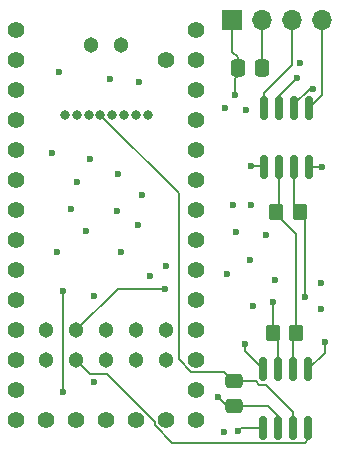
<source format=gtl>
%TF.GenerationSoftware,KiCad,Pcbnew,8.0.2-1*%
%TF.CreationDate,2024-05-18T17:44:33-05:00*%
%TF.ProjectId,can_test,63616e5f-7465-4737-942e-6b696361645f,rev?*%
%TF.SameCoordinates,Original*%
%TF.FileFunction,Copper,L1,Top*%
%TF.FilePolarity,Positive*%
%FSLAX46Y46*%
G04 Gerber Fmt 4.6, Leading zero omitted, Abs format (unit mm)*
G04 Created by KiCad (PCBNEW 8.0.2-1) date 2024-05-18 17:44:33*
%MOMM*%
%LPD*%
G01*
G04 APERTURE LIST*
G04 Aperture macros list*
%AMRoundRect*
0 Rectangle with rounded corners*
0 $1 Rounding radius*
0 $2 $3 $4 $5 $6 $7 $8 $9 X,Y pos of 4 corners*
0 Add a 4 corners polygon primitive as box body*
4,1,4,$2,$3,$4,$5,$6,$7,$8,$9,$2,$3,0*
0 Add four circle primitives for the rounded corners*
1,1,$1+$1,$2,$3*
1,1,$1+$1,$4,$5*
1,1,$1+$1,$6,$7*
1,1,$1+$1,$8,$9*
0 Add four rect primitives between the rounded corners*
20,1,$1+$1,$2,$3,$4,$5,0*
20,1,$1+$1,$4,$5,$6,$7,0*
20,1,$1+$1,$6,$7,$8,$9,0*
20,1,$1+$1,$8,$9,$2,$3,0*%
G04 Aperture macros list end*
%TA.AperFunction,SMDPad,CuDef*%
%ADD10RoundRect,0.250000X0.350000X0.450000X-0.350000X0.450000X-0.350000X-0.450000X0.350000X-0.450000X0*%
%TD*%
%TA.AperFunction,ComponentPad*%
%ADD11R,1.700000X1.700000*%
%TD*%
%TA.AperFunction,ComponentPad*%
%ADD12O,1.700000X1.700000*%
%TD*%
%TA.AperFunction,SMDPad,CuDef*%
%ADD13RoundRect,0.150000X-0.150000X0.825000X-0.150000X-0.825000X0.150000X-0.825000X0.150000X0.825000X0*%
%TD*%
%TA.AperFunction,SMDPad,CuDef*%
%ADD14RoundRect,0.150000X0.150000X-0.825000X0.150000X0.825000X-0.150000X0.825000X-0.150000X-0.825000X0*%
%TD*%
%TA.AperFunction,SMDPad,CuDef*%
%ADD15RoundRect,0.250000X-0.337500X-0.475000X0.337500X-0.475000X0.337500X0.475000X-0.337500X0.475000X0*%
%TD*%
%TA.AperFunction,ComponentPad*%
%ADD16C,1.404000*%
%TD*%
%TA.AperFunction,ComponentPad*%
%ADD17C,1.304000*%
%TD*%
%TA.AperFunction,ComponentPad*%
%ADD18C,0.804000*%
%TD*%
%TA.AperFunction,SMDPad,CuDef*%
%ADD19RoundRect,0.250000X-0.475000X0.337500X-0.475000X-0.337500X0.475000X-0.337500X0.475000X0.337500X0*%
%TD*%
%TA.AperFunction,SMDPad,CuDef*%
%ADD20RoundRect,0.250000X-0.350000X-0.450000X0.350000X-0.450000X0.350000X0.450000X-0.350000X0.450000X0*%
%TD*%
%TA.AperFunction,ViaPad*%
%ADD21C,0.600000*%
%TD*%
%TA.AperFunction,Conductor*%
%ADD22C,0.200000*%
%TD*%
G04 APERTURE END LIST*
D10*
%TO.P,R2,1*%
%TO.N,CANL*%
X58325000Y-45425000D03*
%TO.P,R2,2*%
%TO.N,CANH*%
X56325000Y-45425000D03*
%TD*%
D11*
%TO.P,J1,1,Pin_1*%
%TO.N,Net-(IC2-VCC)*%
X52900000Y-18950000D03*
D12*
%TO.P,J1,2,Pin_2*%
%TO.N,GND*%
X55440000Y-18950000D03*
%TO.P,J1,3,Pin_3*%
%TO.N,CRX2*%
X57980000Y-18950000D03*
%TO.P,J1,4,Pin_4*%
%TO.N,CTX2*%
X60520000Y-18950000D03*
%TD*%
D13*
%TO.P,IC2,1,TXD*%
%TO.N,CTX2*%
X59440000Y-26375000D03*
%TO.P,IC2,2,GND*%
%TO.N,GND*%
X58170000Y-26375000D03*
%TO.P,IC2,3,VCC*%
%TO.N,Net-(IC2-VCC)*%
X56900000Y-26375000D03*
%TO.P,IC2,4,RXD*%
%TO.N,CRX2*%
X55630000Y-26375000D03*
%TO.P,IC2,5,SHDNVIO*%
%TO.N,GND*%
X55630000Y-31325000D03*
%TO.P,IC2,6,CANL*%
%TO.N,CANL*%
X56900000Y-31325000D03*
%TO.P,IC2,7,CANH*%
%TO.N,CANH*%
X58170000Y-31325000D03*
%TO.P,IC2,8,STB*%
%TO.N,GND*%
X59440000Y-31325000D03*
%TD*%
D14*
%TO.P,IC1,1,TXD*%
%TO.N,CTX1*%
X55545000Y-53450000D03*
%TO.P,IC1,2,GND*%
%TO.N,GND*%
X56815000Y-53450000D03*
%TO.P,IC1,3,VCC*%
%TO.N,+3.3V*%
X58085000Y-53450000D03*
%TO.P,IC1,4,RXD*%
%TO.N,CRX1*%
X59355000Y-53450000D03*
%TO.P,IC1,5,SHDNVIO*%
%TO.N,GND*%
X59355000Y-48500000D03*
%TO.P,IC1,6,CANL*%
%TO.N,CANL*%
X58085000Y-48500000D03*
%TO.P,IC1,7,CANH*%
%TO.N,CANH*%
X56815000Y-48500000D03*
%TO.P,IC1,8,STB*%
%TO.N,GND*%
X55545000Y-48500000D03*
%TD*%
D15*
%TO.P,C1,1*%
%TO.N,Net-(IC2-VCC)*%
X53362500Y-22975000D03*
%TO.P,C1,2*%
%TO.N,GND*%
X55437500Y-22975000D03*
%TD*%
D16*
%TO.P,U1,1,GND*%
%TO.N,GND*%
X34630000Y-19790000D03*
%TO.P,U1,2,0_RX1_CRX2_CS1*%
%TO.N,unconnected-(U1-0_RX1_CRX2_CS1-Pad2)*%
X34630000Y-22330000D03*
%TO.P,U1,3,1_TX1_CTX2_MISO1*%
%TO.N,unconnected-(U1-1_TX1_CTX2_MISO1-Pad3)*%
X34630000Y-24870000D03*
%TO.P,U1,4,2_OUT2*%
%TO.N,unconnected-(U1-2_OUT2-Pad4)*%
X34630000Y-27410000D03*
%TO.P,U1,5,3_LRCLK2*%
%TO.N,unconnected-(U1-3_LRCLK2-Pad5)*%
X34630000Y-29950000D03*
%TO.P,U1,6,4_BCLK2*%
%TO.N,unconnected-(U1-4_BCLK2-Pad6)*%
X34630000Y-32490000D03*
%TO.P,U1,7,5_IN2*%
%TO.N,unconnected-(U1-5_IN2-Pad7)*%
X34630000Y-35030000D03*
%TO.P,U1,8,6_OUT1D*%
%TO.N,unconnected-(U1-6_OUT1D-Pad8)*%
X34630000Y-37570000D03*
%TO.P,U1,9,7_RX2_OUT1A*%
%TO.N,unconnected-(U1-7_RX2_OUT1A-Pad9)*%
X34630000Y-40110000D03*
%TO.P,U1,10,8_TX2_IN1*%
%TO.N,unconnected-(U1-8_TX2_IN1-Pad10)*%
X34630000Y-42650000D03*
%TO.P,U1,11,9_OUT1C*%
%TO.N,unconnected-(U1-9_OUT1C-Pad11)*%
X34630000Y-45190000D03*
%TO.P,U1,12,10_CS_MQSR*%
%TO.N,unconnected-(U1-10_CS_MQSR-Pad12)*%
X34630000Y-47730000D03*
%TO.P,U1,13,11_MOSI_CTX1*%
%TO.N,unconnected-(U1-11_MOSI_CTX1-Pad13)*%
X34630000Y-50270000D03*
%TO.P,U1,14,12_MISO_MQSL*%
%TO.N,unconnected-(U1-12_MISO_MQSL-Pad14)*%
X34630000Y-52810000D03*
%TO.P,U1,15,VBAT*%
%TO.N,unconnected-(U1-VBAT-Pad15)*%
X37170000Y-52810000D03*
%TO.P,U1,16,3V3*%
%TO.N,unconnected-(U1-3V3-Pad16)*%
X39710000Y-52810000D03*
%TO.P,U1,17,GND*%
%TO.N,GND*%
X42250000Y-52810000D03*
%TO.P,U1,18,PROGRAM*%
%TO.N,unconnected-(U1-PROGRAM-Pad18)*%
X44790000Y-52810000D03*
%TO.P,U1,19,ON_OFF*%
%TO.N,unconnected-(U1-ON_OFF-Pad19)*%
X47330000Y-52810000D03*
%TO.P,U1,20,13_SCK_CRX1_LED*%
%TO.N,unconnected-(U1-13_SCK_CRX1_LED-Pad20)*%
X49870000Y-52810000D03*
%TO.P,U1,21,14_A0_TX3_SPDIF_OUT*%
%TO.N,unconnected-(U1-14_A0_TX3_SPDIF_OUT-Pad21)*%
X49870000Y-50270000D03*
%TO.P,U1,22,15_A1_RX3_SPDIF_IN*%
%TO.N,unconnected-(U1-15_A1_RX3_SPDIF_IN-Pad22)*%
X49870000Y-47730000D03*
%TO.P,U1,23,16_A2_RX4_SCL1*%
%TO.N,unconnected-(U1-16_A2_RX4_SCL1-Pad23)*%
X49870000Y-45190000D03*
%TO.P,U1,24,17_A3_TX4_SDA1*%
%TO.N,unconnected-(U1-17_A3_TX4_SDA1-Pad24)*%
X49870000Y-42650000D03*
%TO.P,U1,25,18_A4_SDA0*%
%TO.N,unconnected-(U1-18_A4_SDA0-Pad25)*%
X49870000Y-40110000D03*
%TO.P,U1,26,19_A5_SCL0*%
%TO.N,unconnected-(U1-19_A5_SCL0-Pad26)*%
X49870000Y-37570000D03*
%TO.P,U1,27,20_A6_TX5_LRCLK1*%
%TO.N,unconnected-(U1-20_A6_TX5_LRCLK1-Pad27)*%
X49870000Y-35030000D03*
%TO.P,U1,28,21_A7_RX5_BCLK1*%
%TO.N,unconnected-(U1-21_A7_RX5_BCLK1-Pad28)*%
X49870000Y-32490000D03*
%TO.P,U1,29,22_A8_CTX1*%
%TO.N,unconnected-(U1-22_A8_CTX1-Pad29)*%
X49870000Y-29950000D03*
%TO.P,U1,30,23_A9_CRX1_MCLK1*%
%TO.N,unconnected-(U1-23_A9_CRX1_MCLK1-Pad30)*%
X49870000Y-27410000D03*
%TO.P,U1,31,3V3*%
%TO.N,unconnected-(U1-3V3-Pad31)*%
X49870000Y-24870000D03*
%TO.P,U1,32,GND*%
%TO.N,GND*%
X49870000Y-22330000D03*
%TO.P,U1,33,VIN*%
%TO.N,unconnected-(U1-VIN-Pad33)*%
X49870000Y-19790000D03*
%TO.P,U1,34,VUSB*%
%TO.N,unconnected-(U1-VUSB-Pad34)*%
X47330000Y-22330000D03*
D17*
%TO.P,U1,35,24_A10_TX6_SCL2*%
%TO.N,unconnected-(U1-24_A10_TX6_SCL2-Pad35)*%
X47330000Y-47730000D03*
%TO.P,U1,36,25_A11_RX6_SDA2*%
%TO.N,unconnected-(U1-25_A11_RX6_SDA2-Pad36)*%
X47330000Y-45190000D03*
%TO.P,U1,37,26_A12_MOSI1*%
%TO.N,unconnected-(U1-26_A12_MOSI1-Pad37)*%
X44790000Y-47730000D03*
%TO.P,U1,38,27_A13_SCK1*%
%TO.N,unconnected-(U1-27_A13_SCK1-Pad38)*%
X44790000Y-45190000D03*
%TO.P,U1,39,28_RX7*%
%TO.N,unconnected-(U1-28_RX7-Pad39)*%
X42250000Y-47730000D03*
%TO.P,U1,40,29_TX7*%
%TO.N,unconnected-(U1-29_TX7-Pad40)*%
X42250000Y-45190000D03*
%TO.P,U1,41,30_CRX3*%
%TO.N,CRX1*%
X39710000Y-47730000D03*
%TO.P,U1,42,31_CTX3*%
%TO.N,CTX1*%
X39710000Y-45190000D03*
%TO.P,U1,43,32_OUT1B*%
%TO.N,unconnected-(U1-32_OUT1B-Pad43)*%
X37170000Y-47730000D03*
%TO.P,U1,44,33_MCLK2*%
%TO.N,unconnected-(U1-33_MCLK2-Pad44)*%
X37170000Y-45190000D03*
D18*
%TO.P,U1,45,34_DAT1_MISO2*%
%TO.N,unconnected-(U1-34_DAT1_MISO2-Pad45)*%
X45750000Y-26928400D03*
%TO.P,U1,46,35_DAT0_MOSI2*%
%TO.N,unconnected-(U1-35_DAT0_MOSI2-Pad46)*%
X44750000Y-26928400D03*
%TO.P,U1,47,GND*%
%TO.N,unconnected-(U1-GND-Pad47)*%
X43750000Y-26928400D03*
%TO.P,U1,48,36_CLK_CS2*%
%TO.N,unconnected-(U1-36_CLK_CS2-Pad48)*%
X42750000Y-26928400D03*
%TO.P,U1,49,3V3*%
%TO.N,+3.3V*%
X41750000Y-26928400D03*
%TO.P,U1,50,37_CMD_SCK2*%
%TO.N,unconnected-(U1-37_CMD_SCK2-Pad50)*%
X40750000Y-26928400D03*
%TO.P,U1,51,38_DAT3_RX5*%
%TO.N,unconnected-(U1-38_DAT3_RX5-Pad51)*%
X39750000Y-26928400D03*
%TO.P,U1,52,39_DAT2_TX5*%
%TO.N,unconnected-(U1-39_DAT2_TX5-Pad52)*%
X38750000Y-26928400D03*
D17*
%TO.P,U1,53,D-*%
%TO.N,unconnected-(U1-D--Pad53)*%
X43520000Y-21060000D03*
%TO.P,U1,54,D+*%
%TO.N,unconnected-(U1-D+-Pad54)*%
X40980000Y-21060000D03*
%TD*%
D19*
%TO.P,C2,1*%
%TO.N,+3.3V*%
X53025000Y-49512500D03*
%TO.P,C2,2*%
%TO.N,GND*%
X53025000Y-51587500D03*
%TD*%
D20*
%TO.P,R1,1*%
%TO.N,CANL*%
X56600000Y-35150000D03*
%TO.P,R1,2*%
%TO.N,CANH*%
X58600000Y-35150000D03*
%TD*%
D21*
%TO.N,Net-(IC2-VCC)*%
X53175000Y-25225000D03*
X58425000Y-23800000D03*
%TO.N,GND*%
X38575000Y-50450000D03*
X58675000Y-22575000D03*
X40850000Y-30675000D03*
X44975000Y-24200000D03*
X43200000Y-31975000D03*
X41175000Y-42300000D03*
X39800000Y-32625000D03*
X45925000Y-40550000D03*
X52200000Y-53825000D03*
X40525000Y-36750000D03*
X43525000Y-38525000D03*
X55750000Y-37150000D03*
X60750000Y-46150000D03*
X41175000Y-49550000D03*
X42550000Y-23875000D03*
X38600000Y-41825000D03*
X39250000Y-34875000D03*
X54625000Y-43150000D03*
X38100000Y-38525000D03*
X53225000Y-36900000D03*
X54375000Y-39225000D03*
X56525000Y-40900000D03*
X43125000Y-35050000D03*
X37625000Y-30175000D03*
X52300000Y-26325000D03*
X51700000Y-50850000D03*
X45300000Y-33750000D03*
X38275000Y-23300000D03*
X44900000Y-36250000D03*
X54075000Y-26525000D03*
X54525000Y-31275000D03*
X53000000Y-34550000D03*
X47275000Y-39775000D03*
X60525000Y-31325000D03*
X60425000Y-41200000D03*
X52425000Y-40450000D03*
X60450000Y-43350000D03*
X54525000Y-34550000D03*
X53975000Y-46375000D03*
X59700000Y-24725000D03*
%TO.N,CTX1*%
X53400000Y-53725000D03*
X47250000Y-41675000D03*
%TO.N,CANH*%
X56350000Y-42775000D03*
X59075000Y-42350000D03*
%TD*%
D22*
%TO.N,Net-(IC2-VCC)*%
X53362500Y-22075000D02*
X52900000Y-21612500D01*
X56900000Y-25325000D02*
X56900000Y-26375000D01*
X53175000Y-25225000D02*
X53175000Y-23850000D01*
X53175000Y-23850000D02*
X53362500Y-23662500D01*
X52900000Y-21612500D02*
X52900000Y-18950000D01*
X53362500Y-23662500D02*
X53362500Y-22075000D01*
X58425000Y-23800000D02*
X56900000Y-25325000D01*
%TO.N,GND*%
X38575000Y-50450000D02*
X38575000Y-41850000D01*
X59700000Y-24725000D02*
X59474448Y-24725000D01*
X59355000Y-48500000D02*
X60750000Y-47105000D01*
X55580000Y-31275000D02*
X55630000Y-31325000D01*
X56815000Y-52475001D02*
X55927499Y-51587500D01*
X53975000Y-46930000D02*
X53975000Y-46375000D01*
X58170000Y-26029448D02*
X58170000Y-26375000D01*
X55545000Y-48500000D02*
X53975000Y-46930000D01*
X53025000Y-51587500D02*
X52437500Y-51587500D01*
X60525000Y-31325000D02*
X59440000Y-31325000D01*
X59474448Y-24725000D02*
X58170000Y-26029448D01*
X60750000Y-47105000D02*
X60750000Y-46150000D01*
X56815000Y-53450000D02*
X56815000Y-52475001D01*
X55440000Y-22972500D02*
X55437500Y-22975000D01*
X55440000Y-18950000D02*
X55440000Y-22972500D01*
X52437500Y-51587500D02*
X51700000Y-50850000D01*
X55927499Y-51587500D02*
X53025000Y-51587500D01*
X54525000Y-31275000D02*
X55580000Y-31275000D01*
X38575000Y-41850000D02*
X38600000Y-41825000D01*
%TO.N,+3.3V*%
X54945000Y-49512500D02*
X53025000Y-49512500D01*
X54945000Y-49515552D02*
X54945000Y-49512500D01*
X58085000Y-53450000D02*
X58085000Y-52110000D01*
X53025000Y-49512500D02*
X52244500Y-48732000D01*
X48375000Y-47652042D02*
X48375000Y-33553400D01*
X55204448Y-49775000D02*
X54945000Y-49515552D01*
X48375000Y-33553400D02*
X41750000Y-26928400D01*
X55750000Y-49775000D02*
X55204448Y-49775000D01*
X58085000Y-52110000D02*
X55750000Y-49775000D01*
X49454958Y-48732000D02*
X48375000Y-47652042D01*
X52244500Y-48732000D02*
X49454958Y-48732000D01*
%TO.N,CRX1*%
X59355000Y-53450000D02*
X59355000Y-54424999D01*
X59054999Y-54725000D02*
X47827958Y-54725000D01*
X40855000Y-48875000D02*
X39710000Y-47730000D01*
X46328000Y-53225042D02*
X46328000Y-52930958D01*
X42272042Y-48875000D02*
X40855000Y-48875000D01*
X59355000Y-54424999D02*
X59054999Y-54725000D01*
X46328000Y-52930958D02*
X42272042Y-48875000D01*
X47827958Y-54725000D02*
X46328000Y-53225042D01*
%TO.N,CANL*%
X56900000Y-31325000D02*
X56900000Y-34850000D01*
X58325000Y-45425000D02*
X58075000Y-45675000D01*
X58325000Y-37050000D02*
X58325000Y-45425000D01*
X56600000Y-35325000D02*
X58325000Y-37050000D01*
X56600000Y-35150000D02*
X56600000Y-35325000D01*
X58075000Y-45675000D02*
X58075000Y-48490000D01*
X56900000Y-34850000D02*
X56600000Y-35150000D01*
X58075000Y-48490000D02*
X58085000Y-48500000D01*
%TO.N,CTX1*%
X47225000Y-41700000D02*
X47250000Y-41675000D01*
X53675000Y-53450000D02*
X55545000Y-53450000D01*
X43200000Y-41700000D02*
X47225000Y-41700000D01*
X53400000Y-53725000D02*
X53675000Y-53450000D01*
X39710000Y-45190000D02*
X43200000Y-41700000D01*
%TO.N,CANH*%
X56325000Y-45425000D02*
X56800000Y-45900000D01*
X56350000Y-44125000D02*
X56325000Y-44150000D01*
X58600000Y-35150000D02*
X59075000Y-35625000D01*
X56350000Y-42775000D02*
X56350000Y-44125000D01*
X58170000Y-31325000D02*
X58170000Y-34720000D01*
X56800000Y-45900000D02*
X56800000Y-48485000D01*
X58170000Y-34720000D02*
X58600000Y-35150000D01*
X59075000Y-35625000D02*
X59075000Y-42350000D01*
X56800000Y-48485000D02*
X56815000Y-48500000D01*
X56325000Y-44150000D02*
X56325000Y-45425000D01*
%TO.N,CRX2*%
X57980000Y-22745000D02*
X57980000Y-18950000D01*
X55630000Y-26375000D02*
X55630000Y-25095000D01*
X55630000Y-25095000D02*
X57980000Y-22745000D01*
%TO.N,CTX2*%
X60525000Y-25290000D02*
X60525000Y-18955000D01*
X59440000Y-26375000D02*
X60525000Y-25290000D01*
X60525000Y-18955000D02*
X60520000Y-18950000D01*
%TD*%
M02*

</source>
